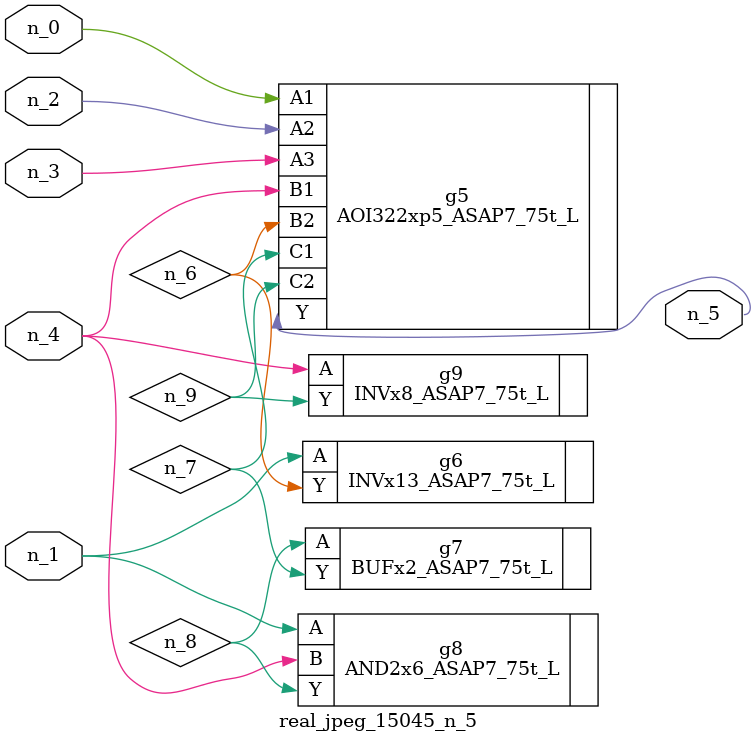
<source format=v>
module real_jpeg_15045_n_5 (n_4, n_0, n_1, n_2, n_3, n_5);

input n_4;
input n_0;
input n_1;
input n_2;
input n_3;

output n_5;

wire n_8;
wire n_6;
wire n_7;
wire n_9;

AOI322xp5_ASAP7_75t_L g5 ( 
.A1(n_0),
.A2(n_2),
.A3(n_3),
.B1(n_4),
.B2(n_6),
.C1(n_7),
.C2(n_9),
.Y(n_5)
);

INVx13_ASAP7_75t_L g6 ( 
.A(n_1),
.Y(n_6)
);

AND2x6_ASAP7_75t_L g8 ( 
.A(n_1),
.B(n_4),
.Y(n_8)
);

INVx8_ASAP7_75t_L g9 ( 
.A(n_4),
.Y(n_9)
);

BUFx2_ASAP7_75t_L g7 ( 
.A(n_8),
.Y(n_7)
);


endmodule
</source>
